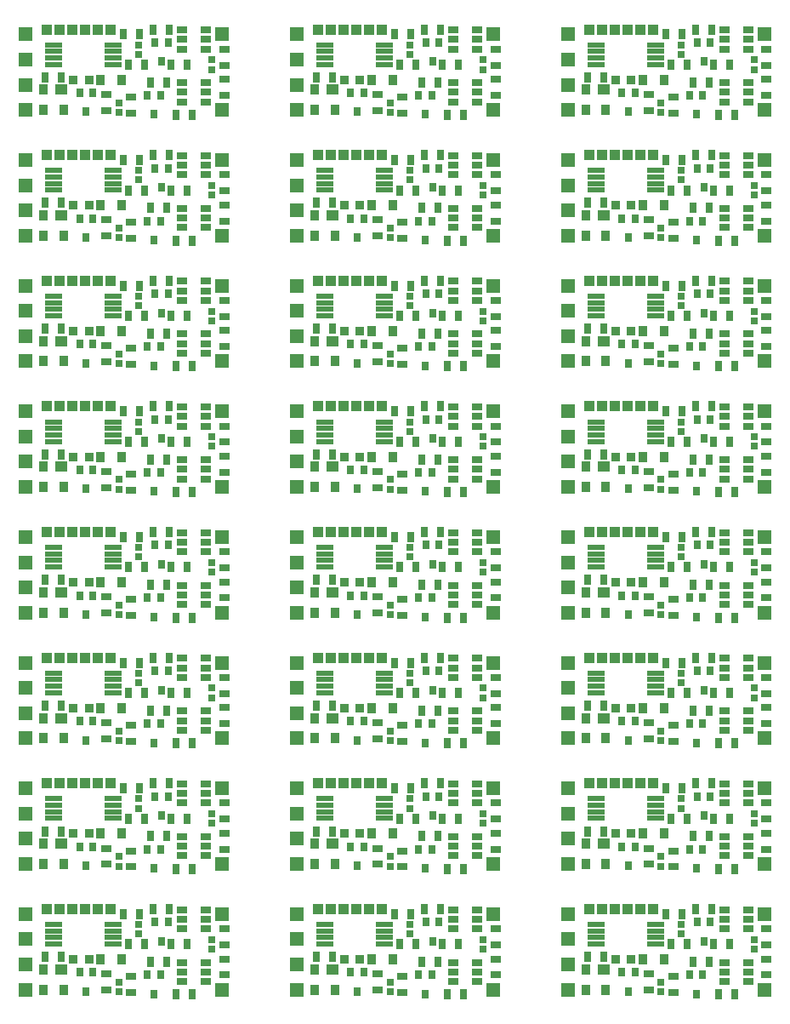
<source format=gts>
%TF.GenerationSoftware,KiCad,Pcbnew,(5.1.6)-1*%
%TF.CreationDate,2020-09-22T23:51:07+09:00*%
%TF.ProjectId,motordecoder_simple2_rev2_panelize,6d6f746f-7264-4656-936f-6465725f7369,rev?*%
%TF.SameCoordinates,PX459e440PY38444c0*%
%TF.FileFunction,Soldermask,Top*%
%TF.FilePolarity,Negative*%
%FSLAX46Y46*%
G04 Gerber Fmt 4.6, Leading zero omitted, Abs format (unit mm)*
G04 Created by KiCad (PCBNEW (5.1.6)-1) date 2020-09-22 23:51:07*
%MOMM*%
%LPD*%
G01*
G04 APERTURE LIST*
%ADD10R,0.800000X1.000000*%
%ADD11R,0.700000X0.900000*%
%ADD12R,0.900000X1.000000*%
%ADD13R,1.000000X0.800000*%
%ADD14R,0.700000X0.750000*%
%ADD15R,1.100000X0.800000*%
%ADD16R,1.400000X1.400000*%
%ADD17R,0.900000X0.900000*%
%ADD18R,1.300000X1.000000*%
%ADD19R,1.050000X1.050000*%
%ADD20R,1.800000X0.500000*%
G04 APERTURE END LIST*
D10*
%TO.C,R6*%
X71450000Y-91750000D03*
X73050000Y-91750000D03*
%TD*%
%TO.C,R6*%
X44450000Y-91750000D03*
X46050000Y-91750000D03*
%TD*%
%TO.C,R6*%
X17450000Y-91750000D03*
X19050000Y-91750000D03*
%TD*%
%TO.C,R6*%
X71450000Y-79250000D03*
X73050000Y-79250000D03*
%TD*%
%TO.C,R6*%
X44450000Y-79250000D03*
X46050000Y-79250000D03*
%TD*%
%TO.C,R6*%
X17450000Y-79250000D03*
X19050000Y-79250000D03*
%TD*%
%TO.C,R6*%
X71450000Y-66750000D03*
X73050000Y-66750000D03*
%TD*%
%TO.C,R6*%
X44450000Y-66750000D03*
X46050000Y-66750000D03*
%TD*%
%TO.C,R6*%
X17450000Y-66750000D03*
X19050000Y-66750000D03*
%TD*%
%TO.C,R6*%
X71450000Y-54250000D03*
X73050000Y-54250000D03*
%TD*%
%TO.C,R6*%
X44450000Y-54250000D03*
X46050000Y-54250000D03*
%TD*%
%TO.C,R6*%
X17450000Y-54250000D03*
X19050000Y-54250000D03*
%TD*%
%TO.C,R6*%
X71450000Y-41750000D03*
X73050000Y-41750000D03*
%TD*%
%TO.C,R6*%
X44450000Y-41750000D03*
X46050000Y-41750000D03*
%TD*%
%TO.C,R6*%
X17450000Y-41750000D03*
X19050000Y-41750000D03*
%TD*%
%TO.C,R6*%
X71450000Y-29250000D03*
X73050000Y-29250000D03*
%TD*%
%TO.C,R6*%
X44450000Y-29250000D03*
X46050000Y-29250000D03*
%TD*%
%TO.C,R6*%
X17450000Y-29250000D03*
X19050000Y-29250000D03*
%TD*%
%TO.C,R6*%
X71450000Y-16750000D03*
X73050000Y-16750000D03*
%TD*%
%TO.C,R6*%
X44450000Y-16750000D03*
X46050000Y-16750000D03*
%TD*%
%TO.C,R6*%
X17450000Y-16750000D03*
X19050000Y-16750000D03*
%TD*%
%TO.C,R6*%
X71450000Y-4250000D03*
X73050000Y-4250000D03*
%TD*%
%TO.C,R6*%
X44450000Y-4250000D03*
X46050000Y-4250000D03*
%TD*%
%TO.C,R1*%
X64800000Y-93000000D03*
X63200000Y-93000000D03*
%TD*%
%TO.C,R1*%
X37800000Y-93000000D03*
X36200000Y-93000000D03*
%TD*%
%TO.C,R1*%
X10800000Y-93000000D03*
X9200000Y-93000000D03*
%TD*%
%TO.C,R1*%
X64800000Y-80500000D03*
X63200000Y-80500000D03*
%TD*%
%TO.C,R1*%
X37800000Y-80500000D03*
X36200000Y-80500000D03*
%TD*%
%TO.C,R1*%
X10800000Y-80500000D03*
X9200000Y-80500000D03*
%TD*%
%TO.C,R1*%
X64800000Y-68000000D03*
X63200000Y-68000000D03*
%TD*%
%TO.C,R1*%
X37800000Y-68000000D03*
X36200000Y-68000000D03*
%TD*%
%TO.C,R1*%
X10800000Y-68000000D03*
X9200000Y-68000000D03*
%TD*%
%TO.C,R1*%
X64800000Y-55500000D03*
X63200000Y-55500000D03*
%TD*%
%TO.C,R1*%
X37800000Y-55500000D03*
X36200000Y-55500000D03*
%TD*%
%TO.C,R1*%
X10800000Y-55500000D03*
X9200000Y-55500000D03*
%TD*%
%TO.C,R1*%
X64800000Y-43000000D03*
X63200000Y-43000000D03*
%TD*%
%TO.C,R1*%
X37800000Y-43000000D03*
X36200000Y-43000000D03*
%TD*%
%TO.C,R1*%
X10800000Y-43000000D03*
X9200000Y-43000000D03*
%TD*%
%TO.C,R1*%
X64800000Y-30500000D03*
X63200000Y-30500000D03*
%TD*%
%TO.C,R1*%
X37800000Y-30500000D03*
X36200000Y-30500000D03*
%TD*%
%TO.C,R1*%
X10800000Y-30500000D03*
X9200000Y-30500000D03*
%TD*%
%TO.C,R1*%
X64800000Y-18000000D03*
X63200000Y-18000000D03*
%TD*%
%TO.C,R1*%
X37800000Y-18000000D03*
X36200000Y-18000000D03*
%TD*%
%TO.C,R1*%
X10800000Y-18000000D03*
X9200000Y-18000000D03*
%TD*%
%TO.C,R1*%
X64800000Y-5500000D03*
X63200000Y-5500000D03*
%TD*%
%TO.C,R1*%
X37800000Y-5500000D03*
X36200000Y-5500000D03*
%TD*%
D11*
%TO.C,Q5*%
X67250000Y-96450000D03*
X66600000Y-94550000D03*
X67900000Y-94550000D03*
%TD*%
%TO.C,Q5*%
X40250000Y-96450000D03*
X39600000Y-94550000D03*
X40900000Y-94550000D03*
%TD*%
%TO.C,Q5*%
X13250000Y-96450000D03*
X12600000Y-94550000D03*
X13900000Y-94550000D03*
%TD*%
%TO.C,Q5*%
X67250000Y-83950000D03*
X66600000Y-82050000D03*
X67900000Y-82050000D03*
%TD*%
%TO.C,Q5*%
X40250000Y-83950000D03*
X39600000Y-82050000D03*
X40900000Y-82050000D03*
%TD*%
%TO.C,Q5*%
X13250000Y-83950000D03*
X12600000Y-82050000D03*
X13900000Y-82050000D03*
%TD*%
%TO.C,Q5*%
X67250000Y-71450000D03*
X66600000Y-69550000D03*
X67900000Y-69550000D03*
%TD*%
%TO.C,Q5*%
X40250000Y-71450000D03*
X39600000Y-69550000D03*
X40900000Y-69550000D03*
%TD*%
%TO.C,Q5*%
X13250000Y-71450000D03*
X12600000Y-69550000D03*
X13900000Y-69550000D03*
%TD*%
%TO.C,Q5*%
X67250000Y-58950000D03*
X66600000Y-57050000D03*
X67900000Y-57050000D03*
%TD*%
%TO.C,Q5*%
X40250000Y-58950000D03*
X39600000Y-57050000D03*
X40900000Y-57050000D03*
%TD*%
%TO.C,Q5*%
X13250000Y-58950000D03*
X12600000Y-57050000D03*
X13900000Y-57050000D03*
%TD*%
%TO.C,Q5*%
X67250000Y-46450000D03*
X66600000Y-44550000D03*
X67900000Y-44550000D03*
%TD*%
%TO.C,Q5*%
X40250000Y-46450000D03*
X39600000Y-44550000D03*
X40900000Y-44550000D03*
%TD*%
%TO.C,Q5*%
X13250000Y-46450000D03*
X12600000Y-44550000D03*
X13900000Y-44550000D03*
%TD*%
%TO.C,Q5*%
X67250000Y-33950000D03*
X66600000Y-32050000D03*
X67900000Y-32050000D03*
%TD*%
%TO.C,Q5*%
X40250000Y-33950000D03*
X39600000Y-32050000D03*
X40900000Y-32050000D03*
%TD*%
%TO.C,Q5*%
X13250000Y-33950000D03*
X12600000Y-32050000D03*
X13900000Y-32050000D03*
%TD*%
%TO.C,Q5*%
X67250000Y-21450000D03*
X66600000Y-19550000D03*
X67900000Y-19550000D03*
%TD*%
%TO.C,Q5*%
X40250000Y-21450000D03*
X39600000Y-19550000D03*
X40900000Y-19550000D03*
%TD*%
%TO.C,Q5*%
X13250000Y-21450000D03*
X12600000Y-19550000D03*
X13900000Y-19550000D03*
%TD*%
%TO.C,Q5*%
X67250000Y-8950000D03*
X66600000Y-7050000D03*
X67900000Y-7050000D03*
%TD*%
%TO.C,Q5*%
X40250000Y-8950000D03*
X39600000Y-7050000D03*
X40900000Y-7050000D03*
%TD*%
D12*
%TO.C,D3*%
X68700000Y-93250000D03*
X70800000Y-93250000D03*
%TD*%
%TO.C,D3*%
X41700000Y-93250000D03*
X43800000Y-93250000D03*
%TD*%
%TO.C,D3*%
X14700000Y-93250000D03*
X16800000Y-93250000D03*
%TD*%
%TO.C,D3*%
X68700000Y-80750000D03*
X70800000Y-80750000D03*
%TD*%
%TO.C,D3*%
X41700000Y-80750000D03*
X43800000Y-80750000D03*
%TD*%
%TO.C,D3*%
X14700000Y-80750000D03*
X16800000Y-80750000D03*
%TD*%
%TO.C,D3*%
X68700000Y-68250000D03*
X70800000Y-68250000D03*
%TD*%
%TO.C,D3*%
X41700000Y-68250000D03*
X43800000Y-68250000D03*
%TD*%
%TO.C,D3*%
X14700000Y-68250000D03*
X16800000Y-68250000D03*
%TD*%
%TO.C,D3*%
X68700000Y-55750000D03*
X70800000Y-55750000D03*
%TD*%
%TO.C,D3*%
X41700000Y-55750000D03*
X43800000Y-55750000D03*
%TD*%
%TO.C,D3*%
X14700000Y-55750000D03*
X16800000Y-55750000D03*
%TD*%
%TO.C,D3*%
X68700000Y-43250000D03*
X70800000Y-43250000D03*
%TD*%
%TO.C,D3*%
X41700000Y-43250000D03*
X43800000Y-43250000D03*
%TD*%
%TO.C,D3*%
X14700000Y-43250000D03*
X16800000Y-43250000D03*
%TD*%
%TO.C,D3*%
X68700000Y-30750000D03*
X70800000Y-30750000D03*
%TD*%
%TO.C,D3*%
X41700000Y-30750000D03*
X43800000Y-30750000D03*
%TD*%
%TO.C,D3*%
X14700000Y-30750000D03*
X16800000Y-30750000D03*
%TD*%
%TO.C,D3*%
X68700000Y-18250000D03*
X70800000Y-18250000D03*
%TD*%
%TO.C,D3*%
X41700000Y-18250000D03*
X43800000Y-18250000D03*
%TD*%
%TO.C,D3*%
X14700000Y-18250000D03*
X16800000Y-18250000D03*
%TD*%
%TO.C,D3*%
X68700000Y-5750000D03*
X70800000Y-5750000D03*
%TD*%
%TO.C,D3*%
X41700000Y-5750000D03*
X43800000Y-5750000D03*
%TD*%
D13*
%TO.C,R8*%
X81000000Y-90200000D03*
X81000000Y-91800000D03*
%TD*%
%TO.C,R8*%
X54000000Y-90200000D03*
X54000000Y-91800000D03*
%TD*%
%TO.C,R8*%
X27000000Y-90200000D03*
X27000000Y-91800000D03*
%TD*%
%TO.C,R8*%
X81000000Y-77700000D03*
X81000000Y-79300000D03*
%TD*%
%TO.C,R8*%
X54000000Y-77700000D03*
X54000000Y-79300000D03*
%TD*%
%TO.C,R8*%
X27000000Y-77700000D03*
X27000000Y-79300000D03*
%TD*%
%TO.C,R8*%
X81000000Y-65200000D03*
X81000000Y-66800000D03*
%TD*%
%TO.C,R8*%
X54000000Y-65200000D03*
X54000000Y-66800000D03*
%TD*%
%TO.C,R8*%
X27000000Y-65200000D03*
X27000000Y-66800000D03*
%TD*%
%TO.C,R8*%
X81000000Y-52700000D03*
X81000000Y-54300000D03*
%TD*%
%TO.C,R8*%
X54000000Y-52700000D03*
X54000000Y-54300000D03*
%TD*%
%TO.C,R8*%
X27000000Y-52700000D03*
X27000000Y-54300000D03*
%TD*%
%TO.C,R8*%
X81000000Y-40200000D03*
X81000000Y-41800000D03*
%TD*%
%TO.C,R8*%
X54000000Y-40200000D03*
X54000000Y-41800000D03*
%TD*%
%TO.C,R8*%
X27000000Y-40200000D03*
X27000000Y-41800000D03*
%TD*%
%TO.C,R8*%
X81000000Y-27700000D03*
X81000000Y-29300000D03*
%TD*%
%TO.C,R8*%
X54000000Y-27700000D03*
X54000000Y-29300000D03*
%TD*%
%TO.C,R8*%
X27000000Y-27700000D03*
X27000000Y-29300000D03*
%TD*%
%TO.C,R8*%
X81000000Y-15200000D03*
X81000000Y-16800000D03*
%TD*%
%TO.C,R8*%
X54000000Y-15200000D03*
X54000000Y-16800000D03*
%TD*%
%TO.C,R8*%
X27000000Y-15200000D03*
X27000000Y-16800000D03*
%TD*%
%TO.C,R8*%
X81000000Y-2700000D03*
X81000000Y-4300000D03*
%TD*%
%TO.C,R8*%
X54000000Y-2700000D03*
X54000000Y-4300000D03*
%TD*%
D11*
%TO.C,Q4*%
X74000000Y-96700000D03*
X73350000Y-94800000D03*
X74650000Y-94800000D03*
%TD*%
%TO.C,Q4*%
X47000000Y-96700000D03*
X46350000Y-94800000D03*
X47650000Y-94800000D03*
%TD*%
%TO.C,Q4*%
X20000000Y-96700000D03*
X19350000Y-94800000D03*
X20650000Y-94800000D03*
%TD*%
%TO.C,Q4*%
X74000000Y-84200000D03*
X73350000Y-82300000D03*
X74650000Y-82300000D03*
%TD*%
%TO.C,Q4*%
X47000000Y-84200000D03*
X46350000Y-82300000D03*
X47650000Y-82300000D03*
%TD*%
%TO.C,Q4*%
X20000000Y-84200000D03*
X19350000Y-82300000D03*
X20650000Y-82300000D03*
%TD*%
%TO.C,Q4*%
X74000000Y-71700000D03*
X73350000Y-69800000D03*
X74650000Y-69800000D03*
%TD*%
%TO.C,Q4*%
X47000000Y-71700000D03*
X46350000Y-69800000D03*
X47650000Y-69800000D03*
%TD*%
%TO.C,Q4*%
X20000000Y-71700000D03*
X19350000Y-69800000D03*
X20650000Y-69800000D03*
%TD*%
%TO.C,Q4*%
X74000000Y-59200000D03*
X73350000Y-57300000D03*
X74650000Y-57300000D03*
%TD*%
%TO.C,Q4*%
X47000000Y-59200000D03*
X46350000Y-57300000D03*
X47650000Y-57300000D03*
%TD*%
%TO.C,Q4*%
X20000000Y-59200000D03*
X19350000Y-57300000D03*
X20650000Y-57300000D03*
%TD*%
%TO.C,Q4*%
X74000000Y-46700000D03*
X73350000Y-44800000D03*
X74650000Y-44800000D03*
%TD*%
%TO.C,Q4*%
X47000000Y-46700000D03*
X46350000Y-44800000D03*
X47650000Y-44800000D03*
%TD*%
%TO.C,Q4*%
X20000000Y-46700000D03*
X19350000Y-44800000D03*
X20650000Y-44800000D03*
%TD*%
%TO.C,Q4*%
X74000000Y-34200000D03*
X73350000Y-32300000D03*
X74650000Y-32300000D03*
%TD*%
%TO.C,Q4*%
X47000000Y-34200000D03*
X46350000Y-32300000D03*
X47650000Y-32300000D03*
%TD*%
%TO.C,Q4*%
X20000000Y-34200000D03*
X19350000Y-32300000D03*
X20650000Y-32300000D03*
%TD*%
%TO.C,Q4*%
X74000000Y-21700000D03*
X73350000Y-19800000D03*
X74650000Y-19800000D03*
%TD*%
%TO.C,Q4*%
X47000000Y-21700000D03*
X46350000Y-19800000D03*
X47650000Y-19800000D03*
%TD*%
%TO.C,Q4*%
X20000000Y-21700000D03*
X19350000Y-19800000D03*
X20650000Y-19800000D03*
%TD*%
%TO.C,Q4*%
X74000000Y-9200000D03*
X73350000Y-7300000D03*
X74650000Y-7300000D03*
%TD*%
%TO.C,Q4*%
X47000000Y-9200000D03*
X46350000Y-7300000D03*
X47650000Y-7300000D03*
%TD*%
D10*
%TO.C,R2*%
X75700000Y-91750000D03*
X77300000Y-91750000D03*
%TD*%
%TO.C,R2*%
X48700000Y-91750000D03*
X50300000Y-91750000D03*
%TD*%
%TO.C,R2*%
X21700000Y-91750000D03*
X23300000Y-91750000D03*
%TD*%
%TO.C,R2*%
X75700000Y-79250000D03*
X77300000Y-79250000D03*
%TD*%
%TO.C,R2*%
X48700000Y-79250000D03*
X50300000Y-79250000D03*
%TD*%
%TO.C,R2*%
X21700000Y-79250000D03*
X23300000Y-79250000D03*
%TD*%
%TO.C,R2*%
X75700000Y-66750000D03*
X77300000Y-66750000D03*
%TD*%
%TO.C,R2*%
X48700000Y-66750000D03*
X50300000Y-66750000D03*
%TD*%
%TO.C,R2*%
X21700000Y-66750000D03*
X23300000Y-66750000D03*
%TD*%
%TO.C,R2*%
X75700000Y-54250000D03*
X77300000Y-54250000D03*
%TD*%
%TO.C,R2*%
X48700000Y-54250000D03*
X50300000Y-54250000D03*
%TD*%
%TO.C,R2*%
X21700000Y-54250000D03*
X23300000Y-54250000D03*
%TD*%
%TO.C,R2*%
X75700000Y-41750000D03*
X77300000Y-41750000D03*
%TD*%
%TO.C,R2*%
X48700000Y-41750000D03*
X50300000Y-41750000D03*
%TD*%
%TO.C,R2*%
X21700000Y-41750000D03*
X23300000Y-41750000D03*
%TD*%
%TO.C,R2*%
X75700000Y-29250000D03*
X77300000Y-29250000D03*
%TD*%
%TO.C,R2*%
X48700000Y-29250000D03*
X50300000Y-29250000D03*
%TD*%
%TO.C,R2*%
X21700000Y-29250000D03*
X23300000Y-29250000D03*
%TD*%
%TO.C,R2*%
X75700000Y-16750000D03*
X77300000Y-16750000D03*
%TD*%
%TO.C,R2*%
X48700000Y-16750000D03*
X50300000Y-16750000D03*
%TD*%
%TO.C,R2*%
X21700000Y-16750000D03*
X23300000Y-16750000D03*
%TD*%
%TO.C,R2*%
X75700000Y-4250000D03*
X77300000Y-4250000D03*
%TD*%
%TO.C,R2*%
X48700000Y-4250000D03*
X50300000Y-4250000D03*
%TD*%
D11*
%TO.C,Q3*%
X75400000Y-89550000D03*
X74100000Y-89550000D03*
X74750000Y-91450000D03*
%TD*%
%TO.C,Q3*%
X48400000Y-89550000D03*
X47100000Y-89550000D03*
X47750000Y-91450000D03*
%TD*%
%TO.C,Q3*%
X21400000Y-89550000D03*
X20100000Y-89550000D03*
X20750000Y-91450000D03*
%TD*%
%TO.C,Q3*%
X75400000Y-77050000D03*
X74100000Y-77050000D03*
X74750000Y-78950000D03*
%TD*%
%TO.C,Q3*%
X48400000Y-77050000D03*
X47100000Y-77050000D03*
X47750000Y-78950000D03*
%TD*%
%TO.C,Q3*%
X21400000Y-77050000D03*
X20100000Y-77050000D03*
X20750000Y-78950000D03*
%TD*%
%TO.C,Q3*%
X75400000Y-64550000D03*
X74100000Y-64550000D03*
X74750000Y-66450000D03*
%TD*%
%TO.C,Q3*%
X48400000Y-64550000D03*
X47100000Y-64550000D03*
X47750000Y-66450000D03*
%TD*%
%TO.C,Q3*%
X21400000Y-64550000D03*
X20100000Y-64550000D03*
X20750000Y-66450000D03*
%TD*%
%TO.C,Q3*%
X75400000Y-52050000D03*
X74100000Y-52050000D03*
X74750000Y-53950000D03*
%TD*%
%TO.C,Q3*%
X48400000Y-52050000D03*
X47100000Y-52050000D03*
X47750000Y-53950000D03*
%TD*%
%TO.C,Q3*%
X21400000Y-52050000D03*
X20100000Y-52050000D03*
X20750000Y-53950000D03*
%TD*%
%TO.C,Q3*%
X75400000Y-39550000D03*
X74100000Y-39550000D03*
X74750000Y-41450000D03*
%TD*%
%TO.C,Q3*%
X48400000Y-39550000D03*
X47100000Y-39550000D03*
X47750000Y-41450000D03*
%TD*%
%TO.C,Q3*%
X21400000Y-39550000D03*
X20100000Y-39550000D03*
X20750000Y-41450000D03*
%TD*%
%TO.C,Q3*%
X75400000Y-27050000D03*
X74100000Y-27050000D03*
X74750000Y-28950000D03*
%TD*%
%TO.C,Q3*%
X48400000Y-27050000D03*
X47100000Y-27050000D03*
X47750000Y-28950000D03*
%TD*%
%TO.C,Q3*%
X21400000Y-27050000D03*
X20100000Y-27050000D03*
X20750000Y-28950000D03*
%TD*%
%TO.C,Q3*%
X75400000Y-14550000D03*
X74100000Y-14550000D03*
X74750000Y-16450000D03*
%TD*%
%TO.C,Q3*%
X48400000Y-14550000D03*
X47100000Y-14550000D03*
X47750000Y-16450000D03*
%TD*%
%TO.C,Q3*%
X21400000Y-14550000D03*
X20100000Y-14550000D03*
X20750000Y-16450000D03*
%TD*%
%TO.C,Q3*%
X75400000Y-2050000D03*
X74100000Y-2050000D03*
X74750000Y-3950000D03*
%TD*%
%TO.C,Q3*%
X48400000Y-2050000D03*
X47100000Y-2050000D03*
X47750000Y-3950000D03*
%TD*%
D10*
%TO.C,R10*%
X72550000Y-88750000D03*
X70950000Y-88750000D03*
%TD*%
%TO.C,R10*%
X45550000Y-88750000D03*
X43950000Y-88750000D03*
%TD*%
%TO.C,R10*%
X18550000Y-88750000D03*
X16950000Y-88750000D03*
%TD*%
%TO.C,R10*%
X72550000Y-76250000D03*
X70950000Y-76250000D03*
%TD*%
%TO.C,R10*%
X45550000Y-76250000D03*
X43950000Y-76250000D03*
%TD*%
%TO.C,R10*%
X18550000Y-76250000D03*
X16950000Y-76250000D03*
%TD*%
%TO.C,R10*%
X72550000Y-63750000D03*
X70950000Y-63750000D03*
%TD*%
%TO.C,R10*%
X45550000Y-63750000D03*
X43950000Y-63750000D03*
%TD*%
%TO.C,R10*%
X18550000Y-63750000D03*
X16950000Y-63750000D03*
%TD*%
%TO.C,R10*%
X72550000Y-51250000D03*
X70950000Y-51250000D03*
%TD*%
%TO.C,R10*%
X45550000Y-51250000D03*
X43950000Y-51250000D03*
%TD*%
%TO.C,R10*%
X18550000Y-51250000D03*
X16950000Y-51250000D03*
%TD*%
%TO.C,R10*%
X72550000Y-38750000D03*
X70950000Y-38750000D03*
%TD*%
%TO.C,R10*%
X45550000Y-38750000D03*
X43950000Y-38750000D03*
%TD*%
%TO.C,R10*%
X18550000Y-38750000D03*
X16950000Y-38750000D03*
%TD*%
%TO.C,R10*%
X72550000Y-26250000D03*
X70950000Y-26250000D03*
%TD*%
%TO.C,R10*%
X45550000Y-26250000D03*
X43950000Y-26250000D03*
%TD*%
%TO.C,R10*%
X18550000Y-26250000D03*
X16950000Y-26250000D03*
%TD*%
%TO.C,R10*%
X72550000Y-13750000D03*
X70950000Y-13750000D03*
%TD*%
%TO.C,R10*%
X45550000Y-13750000D03*
X43950000Y-13750000D03*
%TD*%
%TO.C,R10*%
X18550000Y-13750000D03*
X16950000Y-13750000D03*
%TD*%
%TO.C,R10*%
X72550000Y-1250000D03*
X70950000Y-1250000D03*
%TD*%
%TO.C,R10*%
X45550000Y-1250000D03*
X43950000Y-1250000D03*
%TD*%
D13*
%TO.C,R9*%
X81000000Y-93200000D03*
X81000000Y-94800000D03*
%TD*%
%TO.C,R9*%
X54000000Y-93200000D03*
X54000000Y-94800000D03*
%TD*%
%TO.C,R9*%
X27000000Y-93200000D03*
X27000000Y-94800000D03*
%TD*%
%TO.C,R9*%
X81000000Y-80700000D03*
X81000000Y-82300000D03*
%TD*%
%TO.C,R9*%
X54000000Y-80700000D03*
X54000000Y-82300000D03*
%TD*%
%TO.C,R9*%
X27000000Y-80700000D03*
X27000000Y-82300000D03*
%TD*%
%TO.C,R9*%
X81000000Y-68200000D03*
X81000000Y-69800000D03*
%TD*%
%TO.C,R9*%
X54000000Y-68200000D03*
X54000000Y-69800000D03*
%TD*%
%TO.C,R9*%
X27000000Y-68200000D03*
X27000000Y-69800000D03*
%TD*%
%TO.C,R9*%
X81000000Y-55700000D03*
X81000000Y-57300000D03*
%TD*%
%TO.C,R9*%
X54000000Y-55700000D03*
X54000000Y-57300000D03*
%TD*%
%TO.C,R9*%
X27000000Y-55700000D03*
X27000000Y-57300000D03*
%TD*%
%TO.C,R9*%
X81000000Y-43200000D03*
X81000000Y-44800000D03*
%TD*%
%TO.C,R9*%
X54000000Y-43200000D03*
X54000000Y-44800000D03*
%TD*%
%TO.C,R9*%
X27000000Y-43200000D03*
X27000000Y-44800000D03*
%TD*%
%TO.C,R9*%
X81000000Y-30700000D03*
X81000000Y-32300000D03*
%TD*%
%TO.C,R9*%
X54000000Y-30700000D03*
X54000000Y-32300000D03*
%TD*%
%TO.C,R9*%
X27000000Y-30700000D03*
X27000000Y-32300000D03*
%TD*%
%TO.C,R9*%
X81000000Y-18200000D03*
X81000000Y-19800000D03*
%TD*%
%TO.C,R9*%
X54000000Y-18200000D03*
X54000000Y-19800000D03*
%TD*%
%TO.C,R9*%
X27000000Y-18200000D03*
X27000000Y-19800000D03*
%TD*%
%TO.C,R9*%
X81000000Y-5700000D03*
X81000000Y-7300000D03*
%TD*%
%TO.C,R9*%
X54000000Y-5700000D03*
X54000000Y-7300000D03*
%TD*%
D10*
%TO.C,R4*%
X73950000Y-88250000D03*
X75550000Y-88250000D03*
%TD*%
%TO.C,R4*%
X46950000Y-88250000D03*
X48550000Y-88250000D03*
%TD*%
%TO.C,R4*%
X19950000Y-88250000D03*
X21550000Y-88250000D03*
%TD*%
%TO.C,R4*%
X73950000Y-75750000D03*
X75550000Y-75750000D03*
%TD*%
%TO.C,R4*%
X46950000Y-75750000D03*
X48550000Y-75750000D03*
%TD*%
%TO.C,R4*%
X19950000Y-75750000D03*
X21550000Y-75750000D03*
%TD*%
%TO.C,R4*%
X73950000Y-63250000D03*
X75550000Y-63250000D03*
%TD*%
%TO.C,R4*%
X46950000Y-63250000D03*
X48550000Y-63250000D03*
%TD*%
%TO.C,R4*%
X19950000Y-63250000D03*
X21550000Y-63250000D03*
%TD*%
%TO.C,R4*%
X73950000Y-50750000D03*
X75550000Y-50750000D03*
%TD*%
%TO.C,R4*%
X46950000Y-50750000D03*
X48550000Y-50750000D03*
%TD*%
%TO.C,R4*%
X19950000Y-50750000D03*
X21550000Y-50750000D03*
%TD*%
%TO.C,R4*%
X73950000Y-38250000D03*
X75550000Y-38250000D03*
%TD*%
%TO.C,R4*%
X46950000Y-38250000D03*
X48550000Y-38250000D03*
%TD*%
%TO.C,R4*%
X19950000Y-38250000D03*
X21550000Y-38250000D03*
%TD*%
%TO.C,R4*%
X73950000Y-25750000D03*
X75550000Y-25750000D03*
%TD*%
%TO.C,R4*%
X46950000Y-25750000D03*
X48550000Y-25750000D03*
%TD*%
%TO.C,R4*%
X19950000Y-25750000D03*
X21550000Y-25750000D03*
%TD*%
%TO.C,R4*%
X73950000Y-13250000D03*
X75550000Y-13250000D03*
%TD*%
%TO.C,R4*%
X46950000Y-13250000D03*
X48550000Y-13250000D03*
%TD*%
%TO.C,R4*%
X19950000Y-13250000D03*
X21550000Y-13250000D03*
%TD*%
%TO.C,R4*%
X73950000Y-750000D03*
X75550000Y-750000D03*
%TD*%
%TO.C,R4*%
X46950000Y-750000D03*
X48550000Y-750000D03*
%TD*%
%TO.C,R3*%
X77800000Y-96750000D03*
X76200000Y-96750000D03*
%TD*%
%TO.C,R3*%
X50800000Y-96750000D03*
X49200000Y-96750000D03*
%TD*%
%TO.C,R3*%
X23800000Y-96750000D03*
X22200000Y-96750000D03*
%TD*%
%TO.C,R3*%
X77800000Y-84250000D03*
X76200000Y-84250000D03*
%TD*%
%TO.C,R3*%
X50800000Y-84250000D03*
X49200000Y-84250000D03*
%TD*%
%TO.C,R3*%
X23800000Y-84250000D03*
X22200000Y-84250000D03*
%TD*%
%TO.C,R3*%
X77800000Y-71750000D03*
X76200000Y-71750000D03*
%TD*%
%TO.C,R3*%
X50800000Y-71750000D03*
X49200000Y-71750000D03*
%TD*%
%TO.C,R3*%
X23800000Y-71750000D03*
X22200000Y-71750000D03*
%TD*%
%TO.C,R3*%
X77800000Y-59250000D03*
X76200000Y-59250000D03*
%TD*%
%TO.C,R3*%
X50800000Y-59250000D03*
X49200000Y-59250000D03*
%TD*%
%TO.C,R3*%
X23800000Y-59250000D03*
X22200000Y-59250000D03*
%TD*%
%TO.C,R3*%
X77800000Y-46750000D03*
X76200000Y-46750000D03*
%TD*%
%TO.C,R3*%
X50800000Y-46750000D03*
X49200000Y-46750000D03*
%TD*%
%TO.C,R3*%
X23800000Y-46750000D03*
X22200000Y-46750000D03*
%TD*%
%TO.C,R3*%
X77800000Y-34250000D03*
X76200000Y-34250000D03*
%TD*%
%TO.C,R3*%
X50800000Y-34250000D03*
X49200000Y-34250000D03*
%TD*%
%TO.C,R3*%
X23800000Y-34250000D03*
X22200000Y-34250000D03*
%TD*%
%TO.C,R3*%
X77800000Y-21750000D03*
X76200000Y-21750000D03*
%TD*%
%TO.C,R3*%
X50800000Y-21750000D03*
X49200000Y-21750000D03*
%TD*%
%TO.C,R3*%
X23800000Y-21750000D03*
X22200000Y-21750000D03*
%TD*%
%TO.C,R3*%
X77800000Y-9250000D03*
X76200000Y-9250000D03*
%TD*%
%TO.C,R3*%
X50800000Y-9250000D03*
X49200000Y-9250000D03*
%TD*%
%TO.C,R5*%
X75300000Y-93500000D03*
X73700000Y-93500000D03*
%TD*%
%TO.C,R5*%
X48300000Y-93500000D03*
X46700000Y-93500000D03*
%TD*%
%TO.C,R5*%
X21300000Y-93500000D03*
X19700000Y-93500000D03*
%TD*%
%TO.C,R5*%
X75300000Y-81000000D03*
X73700000Y-81000000D03*
%TD*%
%TO.C,R5*%
X48300000Y-81000000D03*
X46700000Y-81000000D03*
%TD*%
%TO.C,R5*%
X21300000Y-81000000D03*
X19700000Y-81000000D03*
%TD*%
%TO.C,R5*%
X75300000Y-68500000D03*
X73700000Y-68500000D03*
%TD*%
%TO.C,R5*%
X48300000Y-68500000D03*
X46700000Y-68500000D03*
%TD*%
%TO.C,R5*%
X21300000Y-68500000D03*
X19700000Y-68500000D03*
%TD*%
%TO.C,R5*%
X75300000Y-56000000D03*
X73700000Y-56000000D03*
%TD*%
%TO.C,R5*%
X48300000Y-56000000D03*
X46700000Y-56000000D03*
%TD*%
%TO.C,R5*%
X21300000Y-56000000D03*
X19700000Y-56000000D03*
%TD*%
%TO.C,R5*%
X75300000Y-43500000D03*
X73700000Y-43500000D03*
%TD*%
%TO.C,R5*%
X48300000Y-43500000D03*
X46700000Y-43500000D03*
%TD*%
%TO.C,R5*%
X21300000Y-43500000D03*
X19700000Y-43500000D03*
%TD*%
%TO.C,R5*%
X75300000Y-31000000D03*
X73700000Y-31000000D03*
%TD*%
%TO.C,R5*%
X48300000Y-31000000D03*
X46700000Y-31000000D03*
%TD*%
%TO.C,R5*%
X21300000Y-31000000D03*
X19700000Y-31000000D03*
%TD*%
%TO.C,R5*%
X75300000Y-18500000D03*
X73700000Y-18500000D03*
%TD*%
%TO.C,R5*%
X48300000Y-18500000D03*
X46700000Y-18500000D03*
%TD*%
%TO.C,R5*%
X21300000Y-18500000D03*
X19700000Y-18500000D03*
%TD*%
%TO.C,R5*%
X75300000Y-6000000D03*
X73700000Y-6000000D03*
%TD*%
%TO.C,R5*%
X48300000Y-6000000D03*
X46700000Y-6000000D03*
%TD*%
D14*
%TO.C,C7*%
X79750000Y-92225000D03*
X79750000Y-91275000D03*
%TD*%
%TO.C,C7*%
X52750000Y-92225000D03*
X52750000Y-91275000D03*
%TD*%
%TO.C,C7*%
X25750000Y-92225000D03*
X25750000Y-91275000D03*
%TD*%
%TO.C,C7*%
X79750000Y-79725000D03*
X79750000Y-78775000D03*
%TD*%
%TO.C,C7*%
X52750000Y-79725000D03*
X52750000Y-78775000D03*
%TD*%
%TO.C,C7*%
X25750000Y-79725000D03*
X25750000Y-78775000D03*
%TD*%
%TO.C,C7*%
X79750000Y-67225000D03*
X79750000Y-66275000D03*
%TD*%
%TO.C,C7*%
X52750000Y-67225000D03*
X52750000Y-66275000D03*
%TD*%
%TO.C,C7*%
X25750000Y-67225000D03*
X25750000Y-66275000D03*
%TD*%
%TO.C,C7*%
X79750000Y-54725000D03*
X79750000Y-53775000D03*
%TD*%
%TO.C,C7*%
X52750000Y-54725000D03*
X52750000Y-53775000D03*
%TD*%
%TO.C,C7*%
X25750000Y-54725000D03*
X25750000Y-53775000D03*
%TD*%
%TO.C,C7*%
X79750000Y-42225000D03*
X79750000Y-41275000D03*
%TD*%
%TO.C,C7*%
X52750000Y-42225000D03*
X52750000Y-41275000D03*
%TD*%
%TO.C,C7*%
X25750000Y-42225000D03*
X25750000Y-41275000D03*
%TD*%
%TO.C,C7*%
X79750000Y-29725000D03*
X79750000Y-28775000D03*
%TD*%
%TO.C,C7*%
X52750000Y-29725000D03*
X52750000Y-28775000D03*
%TD*%
%TO.C,C7*%
X25750000Y-29725000D03*
X25750000Y-28775000D03*
%TD*%
%TO.C,C7*%
X79750000Y-17225000D03*
X79750000Y-16275000D03*
%TD*%
%TO.C,C7*%
X52750000Y-17225000D03*
X52750000Y-16275000D03*
%TD*%
%TO.C,C7*%
X25750000Y-17225000D03*
X25750000Y-16275000D03*
%TD*%
%TO.C,C7*%
X79750000Y-4725000D03*
X79750000Y-3775000D03*
%TD*%
%TO.C,C7*%
X52750000Y-4725000D03*
X52750000Y-3775000D03*
%TD*%
D15*
%TO.C,Q2*%
X79200000Y-93550000D03*
X79200000Y-94500000D03*
X79200000Y-95450000D03*
X76800000Y-95450000D03*
X76800000Y-94500000D03*
X76800000Y-93550000D03*
%TD*%
%TO.C,Q2*%
X52200000Y-93550000D03*
X52200000Y-94500000D03*
X52200000Y-95450000D03*
X49800000Y-95450000D03*
X49800000Y-94500000D03*
X49800000Y-93550000D03*
%TD*%
%TO.C,Q2*%
X25200000Y-93550000D03*
X25200000Y-94500000D03*
X25200000Y-95450000D03*
X22800000Y-95450000D03*
X22800000Y-94500000D03*
X22800000Y-93550000D03*
%TD*%
%TO.C,Q2*%
X79200000Y-81050000D03*
X79200000Y-82000000D03*
X79200000Y-82950000D03*
X76800000Y-82950000D03*
X76800000Y-82000000D03*
X76800000Y-81050000D03*
%TD*%
%TO.C,Q2*%
X52200000Y-81050000D03*
X52200000Y-82000000D03*
X52200000Y-82950000D03*
X49800000Y-82950000D03*
X49800000Y-82000000D03*
X49800000Y-81050000D03*
%TD*%
%TO.C,Q2*%
X25200000Y-81050000D03*
X25200000Y-82000000D03*
X25200000Y-82950000D03*
X22800000Y-82950000D03*
X22800000Y-82000000D03*
X22800000Y-81050000D03*
%TD*%
%TO.C,Q2*%
X79200000Y-68550000D03*
X79200000Y-69500000D03*
X79200000Y-70450000D03*
X76800000Y-70450000D03*
X76800000Y-69500000D03*
X76800000Y-68550000D03*
%TD*%
%TO.C,Q2*%
X52200000Y-68550000D03*
X52200000Y-69500000D03*
X52200000Y-70450000D03*
X49800000Y-70450000D03*
X49800000Y-69500000D03*
X49800000Y-68550000D03*
%TD*%
%TO.C,Q2*%
X25200000Y-68550000D03*
X25200000Y-69500000D03*
X25200000Y-70450000D03*
X22800000Y-70450000D03*
X22800000Y-69500000D03*
X22800000Y-68550000D03*
%TD*%
%TO.C,Q2*%
X79200000Y-56050000D03*
X79200000Y-57000000D03*
X79200000Y-57950000D03*
X76800000Y-57950000D03*
X76800000Y-57000000D03*
X76800000Y-56050000D03*
%TD*%
%TO.C,Q2*%
X52200000Y-56050000D03*
X52200000Y-57000000D03*
X52200000Y-57950000D03*
X49800000Y-57950000D03*
X49800000Y-57000000D03*
X49800000Y-56050000D03*
%TD*%
%TO.C,Q2*%
X25200000Y-56050000D03*
X25200000Y-57000000D03*
X25200000Y-57950000D03*
X22800000Y-57950000D03*
X22800000Y-57000000D03*
X22800000Y-56050000D03*
%TD*%
%TO.C,Q2*%
X79200000Y-43550000D03*
X79200000Y-44500000D03*
X79200000Y-45450000D03*
X76800000Y-45450000D03*
X76800000Y-44500000D03*
X76800000Y-43550000D03*
%TD*%
%TO.C,Q2*%
X52200000Y-43550000D03*
X52200000Y-44500000D03*
X52200000Y-45450000D03*
X49800000Y-45450000D03*
X49800000Y-44500000D03*
X49800000Y-43550000D03*
%TD*%
%TO.C,Q2*%
X25200000Y-43550000D03*
X25200000Y-44500000D03*
X25200000Y-45450000D03*
X22800000Y-45450000D03*
X22800000Y-44500000D03*
X22800000Y-43550000D03*
%TD*%
%TO.C,Q2*%
X79200000Y-31050000D03*
X79200000Y-32000000D03*
X79200000Y-32950000D03*
X76800000Y-32950000D03*
X76800000Y-32000000D03*
X76800000Y-31050000D03*
%TD*%
%TO.C,Q2*%
X52200000Y-31050000D03*
X52200000Y-32000000D03*
X52200000Y-32950000D03*
X49800000Y-32950000D03*
X49800000Y-32000000D03*
X49800000Y-31050000D03*
%TD*%
%TO.C,Q2*%
X25200000Y-31050000D03*
X25200000Y-32000000D03*
X25200000Y-32950000D03*
X22800000Y-32950000D03*
X22800000Y-32000000D03*
X22800000Y-31050000D03*
%TD*%
%TO.C,Q2*%
X79200000Y-18550000D03*
X79200000Y-19500000D03*
X79200000Y-20450000D03*
X76800000Y-20450000D03*
X76800000Y-19500000D03*
X76800000Y-18550000D03*
%TD*%
%TO.C,Q2*%
X52200000Y-18550000D03*
X52200000Y-19500000D03*
X52200000Y-20450000D03*
X49800000Y-20450000D03*
X49800000Y-19500000D03*
X49800000Y-18550000D03*
%TD*%
%TO.C,Q2*%
X25200000Y-18550000D03*
X25200000Y-19500000D03*
X25200000Y-20450000D03*
X22800000Y-20450000D03*
X22800000Y-19500000D03*
X22800000Y-18550000D03*
%TD*%
%TO.C,Q2*%
X79200000Y-6050000D03*
X79200000Y-7000000D03*
X79200000Y-7950000D03*
X76800000Y-7950000D03*
X76800000Y-7000000D03*
X76800000Y-6050000D03*
%TD*%
%TO.C,Q2*%
X52200000Y-6050000D03*
X52200000Y-7000000D03*
X52200000Y-7950000D03*
X49800000Y-7950000D03*
X49800000Y-7000000D03*
X49800000Y-6050000D03*
%TD*%
D13*
%TO.C,R11*%
X69250000Y-94700000D03*
X69250000Y-96300000D03*
%TD*%
%TO.C,R11*%
X42250000Y-94700000D03*
X42250000Y-96300000D03*
%TD*%
%TO.C,R11*%
X15250000Y-94700000D03*
X15250000Y-96300000D03*
%TD*%
%TO.C,R11*%
X69250000Y-82200000D03*
X69250000Y-83800000D03*
%TD*%
%TO.C,R11*%
X42250000Y-82200000D03*
X42250000Y-83800000D03*
%TD*%
%TO.C,R11*%
X15250000Y-82200000D03*
X15250000Y-83800000D03*
%TD*%
%TO.C,R11*%
X69250000Y-69700000D03*
X69250000Y-71300000D03*
%TD*%
%TO.C,R11*%
X42250000Y-69700000D03*
X42250000Y-71300000D03*
%TD*%
%TO.C,R11*%
X15250000Y-69700000D03*
X15250000Y-71300000D03*
%TD*%
%TO.C,R11*%
X69250000Y-57200000D03*
X69250000Y-58800000D03*
%TD*%
%TO.C,R11*%
X42250000Y-57200000D03*
X42250000Y-58800000D03*
%TD*%
%TO.C,R11*%
X15250000Y-57200000D03*
X15250000Y-58800000D03*
%TD*%
%TO.C,R11*%
X69250000Y-44700000D03*
X69250000Y-46300000D03*
%TD*%
%TO.C,R11*%
X42250000Y-44700000D03*
X42250000Y-46300000D03*
%TD*%
%TO.C,R11*%
X15250000Y-44700000D03*
X15250000Y-46300000D03*
%TD*%
%TO.C,R11*%
X69250000Y-32200000D03*
X69250000Y-33800000D03*
%TD*%
%TO.C,R11*%
X42250000Y-32200000D03*
X42250000Y-33800000D03*
%TD*%
%TO.C,R11*%
X15250000Y-32200000D03*
X15250000Y-33800000D03*
%TD*%
%TO.C,R11*%
X69250000Y-19700000D03*
X69250000Y-21300000D03*
%TD*%
%TO.C,R11*%
X42250000Y-19700000D03*
X42250000Y-21300000D03*
%TD*%
%TO.C,R11*%
X15250000Y-19700000D03*
X15250000Y-21300000D03*
%TD*%
%TO.C,R11*%
X69250000Y-7200000D03*
X69250000Y-8800000D03*
%TD*%
%TO.C,R11*%
X42250000Y-7200000D03*
X42250000Y-8800000D03*
%TD*%
%TO.C,R7*%
X71750000Y-94950000D03*
X71750000Y-96550000D03*
%TD*%
%TO.C,R7*%
X44750000Y-94950000D03*
X44750000Y-96550000D03*
%TD*%
%TO.C,R7*%
X17750000Y-94950000D03*
X17750000Y-96550000D03*
%TD*%
%TO.C,R7*%
X71750000Y-82450000D03*
X71750000Y-84050000D03*
%TD*%
%TO.C,R7*%
X44750000Y-82450000D03*
X44750000Y-84050000D03*
%TD*%
%TO.C,R7*%
X17750000Y-82450000D03*
X17750000Y-84050000D03*
%TD*%
%TO.C,R7*%
X71750000Y-69950000D03*
X71750000Y-71550000D03*
%TD*%
%TO.C,R7*%
X44750000Y-69950000D03*
X44750000Y-71550000D03*
%TD*%
%TO.C,R7*%
X17750000Y-69950000D03*
X17750000Y-71550000D03*
%TD*%
%TO.C,R7*%
X71750000Y-57450000D03*
X71750000Y-59050000D03*
%TD*%
%TO.C,R7*%
X44750000Y-57450000D03*
X44750000Y-59050000D03*
%TD*%
%TO.C,R7*%
X17750000Y-57450000D03*
X17750000Y-59050000D03*
%TD*%
%TO.C,R7*%
X71750000Y-44950000D03*
X71750000Y-46550000D03*
%TD*%
%TO.C,R7*%
X44750000Y-44950000D03*
X44750000Y-46550000D03*
%TD*%
%TO.C,R7*%
X17750000Y-44950000D03*
X17750000Y-46550000D03*
%TD*%
%TO.C,R7*%
X71750000Y-32450000D03*
X71750000Y-34050000D03*
%TD*%
%TO.C,R7*%
X44750000Y-32450000D03*
X44750000Y-34050000D03*
%TD*%
%TO.C,R7*%
X17750000Y-32450000D03*
X17750000Y-34050000D03*
%TD*%
%TO.C,R7*%
X71750000Y-19950000D03*
X71750000Y-21550000D03*
%TD*%
%TO.C,R7*%
X44750000Y-19950000D03*
X44750000Y-21550000D03*
%TD*%
%TO.C,R7*%
X17750000Y-19950000D03*
X17750000Y-21550000D03*
%TD*%
%TO.C,R7*%
X71750000Y-7450000D03*
X71750000Y-9050000D03*
%TD*%
%TO.C,R7*%
X44750000Y-7450000D03*
X44750000Y-9050000D03*
%TD*%
D16*
%TO.C,P3*%
X80750000Y-88750000D03*
%TD*%
%TO.C,P3*%
X53750000Y-88750000D03*
%TD*%
%TO.C,P3*%
X26750000Y-88750000D03*
%TD*%
%TO.C,P3*%
X80750000Y-76250000D03*
%TD*%
%TO.C,P3*%
X53750000Y-76250000D03*
%TD*%
%TO.C,P3*%
X26750000Y-76250000D03*
%TD*%
%TO.C,P3*%
X80750000Y-63750000D03*
%TD*%
%TO.C,P3*%
X53750000Y-63750000D03*
%TD*%
%TO.C,P3*%
X26750000Y-63750000D03*
%TD*%
%TO.C,P3*%
X80750000Y-51250000D03*
%TD*%
%TO.C,P3*%
X53750000Y-51250000D03*
%TD*%
%TO.C,P3*%
X26750000Y-51250000D03*
%TD*%
%TO.C,P3*%
X80750000Y-38750000D03*
%TD*%
%TO.C,P3*%
X53750000Y-38750000D03*
%TD*%
%TO.C,P3*%
X26750000Y-38750000D03*
%TD*%
%TO.C,P3*%
X80750000Y-26250000D03*
%TD*%
%TO.C,P3*%
X53750000Y-26250000D03*
%TD*%
%TO.C,P3*%
X26750000Y-26250000D03*
%TD*%
%TO.C,P3*%
X80750000Y-13750000D03*
%TD*%
%TO.C,P3*%
X53750000Y-13750000D03*
%TD*%
%TO.C,P3*%
X26750000Y-13750000D03*
%TD*%
%TO.C,P3*%
X80750000Y-1250000D03*
%TD*%
%TO.C,P3*%
X53750000Y-1250000D03*
%TD*%
D17*
%TO.C,C3*%
X65975000Y-93250000D03*
X67525000Y-93250000D03*
%TD*%
%TO.C,C3*%
X38975000Y-93250000D03*
X40525000Y-93250000D03*
%TD*%
%TO.C,C3*%
X11975000Y-93250000D03*
X13525000Y-93250000D03*
%TD*%
%TO.C,C3*%
X65975000Y-80750000D03*
X67525000Y-80750000D03*
%TD*%
%TO.C,C3*%
X38975000Y-80750000D03*
X40525000Y-80750000D03*
%TD*%
%TO.C,C3*%
X11975000Y-80750000D03*
X13525000Y-80750000D03*
%TD*%
%TO.C,C3*%
X65975000Y-68250000D03*
X67525000Y-68250000D03*
%TD*%
%TO.C,C3*%
X38975000Y-68250000D03*
X40525000Y-68250000D03*
%TD*%
%TO.C,C3*%
X11975000Y-68250000D03*
X13525000Y-68250000D03*
%TD*%
%TO.C,C3*%
X65975000Y-55750000D03*
X67525000Y-55750000D03*
%TD*%
%TO.C,C3*%
X38975000Y-55750000D03*
X40525000Y-55750000D03*
%TD*%
%TO.C,C3*%
X11975000Y-55750000D03*
X13525000Y-55750000D03*
%TD*%
%TO.C,C3*%
X65975000Y-43250000D03*
X67525000Y-43250000D03*
%TD*%
%TO.C,C3*%
X38975000Y-43250000D03*
X40525000Y-43250000D03*
%TD*%
%TO.C,C3*%
X11975000Y-43250000D03*
X13525000Y-43250000D03*
%TD*%
%TO.C,C3*%
X65975000Y-30750000D03*
X67525000Y-30750000D03*
%TD*%
%TO.C,C3*%
X38975000Y-30750000D03*
X40525000Y-30750000D03*
%TD*%
%TO.C,C3*%
X11975000Y-30750000D03*
X13525000Y-30750000D03*
%TD*%
%TO.C,C3*%
X65975000Y-18250000D03*
X67525000Y-18250000D03*
%TD*%
%TO.C,C3*%
X38975000Y-18250000D03*
X40525000Y-18250000D03*
%TD*%
%TO.C,C3*%
X11975000Y-18250000D03*
X13525000Y-18250000D03*
%TD*%
%TO.C,C3*%
X65975000Y-5750000D03*
X67525000Y-5750000D03*
%TD*%
%TO.C,C3*%
X38975000Y-5750000D03*
X40525000Y-5750000D03*
%TD*%
D16*
%TO.C,P6*%
X61250000Y-88750000D03*
%TD*%
%TO.C,P6*%
X34250000Y-88750000D03*
%TD*%
%TO.C,P6*%
X7250000Y-88750000D03*
%TD*%
%TO.C,P6*%
X61250000Y-76250000D03*
%TD*%
%TO.C,P6*%
X34250000Y-76250000D03*
%TD*%
%TO.C,P6*%
X7250000Y-76250000D03*
%TD*%
%TO.C,P6*%
X61250000Y-63750000D03*
%TD*%
%TO.C,P6*%
X34250000Y-63750000D03*
%TD*%
%TO.C,P6*%
X7250000Y-63750000D03*
%TD*%
%TO.C,P6*%
X61250000Y-51250000D03*
%TD*%
%TO.C,P6*%
X34250000Y-51250000D03*
%TD*%
%TO.C,P6*%
X7250000Y-51250000D03*
%TD*%
%TO.C,P6*%
X61250000Y-38750000D03*
%TD*%
%TO.C,P6*%
X34250000Y-38750000D03*
%TD*%
%TO.C,P6*%
X7250000Y-38750000D03*
%TD*%
%TO.C,P6*%
X61250000Y-26250000D03*
%TD*%
%TO.C,P6*%
X34250000Y-26250000D03*
%TD*%
%TO.C,P6*%
X7250000Y-26250000D03*
%TD*%
%TO.C,P6*%
X61250000Y-13750000D03*
%TD*%
%TO.C,P6*%
X34250000Y-13750000D03*
%TD*%
%TO.C,P6*%
X7250000Y-13750000D03*
%TD*%
%TO.C,P6*%
X61250000Y-1250000D03*
%TD*%
%TO.C,P6*%
X34250000Y-1250000D03*
%TD*%
%TO.C,P4*%
X80750000Y-96250000D03*
%TD*%
%TO.C,P4*%
X53750000Y-96250000D03*
%TD*%
%TO.C,P4*%
X26750000Y-96250000D03*
%TD*%
%TO.C,P4*%
X80750000Y-83750000D03*
%TD*%
%TO.C,P4*%
X53750000Y-83750000D03*
%TD*%
%TO.C,P4*%
X26750000Y-83750000D03*
%TD*%
%TO.C,P4*%
X80750000Y-71250000D03*
%TD*%
%TO.C,P4*%
X53750000Y-71250000D03*
%TD*%
%TO.C,P4*%
X26750000Y-71250000D03*
%TD*%
%TO.C,P4*%
X80750000Y-58750000D03*
%TD*%
%TO.C,P4*%
X53750000Y-58750000D03*
%TD*%
%TO.C,P4*%
X26750000Y-58750000D03*
%TD*%
%TO.C,P4*%
X80750000Y-46250000D03*
%TD*%
%TO.C,P4*%
X53750000Y-46250000D03*
%TD*%
%TO.C,P4*%
X26750000Y-46250000D03*
%TD*%
%TO.C,P4*%
X80750000Y-33750000D03*
%TD*%
%TO.C,P4*%
X53750000Y-33750000D03*
%TD*%
%TO.C,P4*%
X26750000Y-33750000D03*
%TD*%
%TO.C,P4*%
X80750000Y-21250000D03*
%TD*%
%TO.C,P4*%
X53750000Y-21250000D03*
%TD*%
%TO.C,P4*%
X26750000Y-21250000D03*
%TD*%
%TO.C,P4*%
X80750000Y-8750000D03*
%TD*%
%TO.C,P4*%
X53750000Y-8750000D03*
%TD*%
D15*
%TO.C,Q1*%
X76800000Y-88300000D03*
X76800000Y-89250000D03*
X76800000Y-90200000D03*
X79200000Y-90200000D03*
X79200000Y-89250000D03*
X79200000Y-88300000D03*
%TD*%
%TO.C,Q1*%
X49800000Y-88300000D03*
X49800000Y-89250000D03*
X49800000Y-90200000D03*
X52200000Y-90200000D03*
X52200000Y-89250000D03*
X52200000Y-88300000D03*
%TD*%
%TO.C,Q1*%
X22800000Y-88300000D03*
X22800000Y-89250000D03*
X22800000Y-90200000D03*
X25200000Y-90200000D03*
X25200000Y-89250000D03*
X25200000Y-88300000D03*
%TD*%
%TO.C,Q1*%
X76800000Y-75800000D03*
X76800000Y-76750000D03*
X76800000Y-77700000D03*
X79200000Y-77700000D03*
X79200000Y-76750000D03*
X79200000Y-75800000D03*
%TD*%
%TO.C,Q1*%
X49800000Y-75800000D03*
X49800000Y-76750000D03*
X49800000Y-77700000D03*
X52200000Y-77700000D03*
X52200000Y-76750000D03*
X52200000Y-75800000D03*
%TD*%
%TO.C,Q1*%
X22800000Y-75800000D03*
X22800000Y-76750000D03*
X22800000Y-77700000D03*
X25200000Y-77700000D03*
X25200000Y-76750000D03*
X25200000Y-75800000D03*
%TD*%
%TO.C,Q1*%
X76800000Y-63300000D03*
X76800000Y-64250000D03*
X76800000Y-65200000D03*
X79200000Y-65200000D03*
X79200000Y-64250000D03*
X79200000Y-63300000D03*
%TD*%
%TO.C,Q1*%
X49800000Y-63300000D03*
X49800000Y-64250000D03*
X49800000Y-65200000D03*
X52200000Y-65200000D03*
X52200000Y-64250000D03*
X52200000Y-63300000D03*
%TD*%
%TO.C,Q1*%
X22800000Y-63300000D03*
X22800000Y-64250000D03*
X22800000Y-65200000D03*
X25200000Y-65200000D03*
X25200000Y-64250000D03*
X25200000Y-63300000D03*
%TD*%
%TO.C,Q1*%
X76800000Y-50800000D03*
X76800000Y-51750000D03*
X76800000Y-52700000D03*
X79200000Y-52700000D03*
X79200000Y-51750000D03*
X79200000Y-50800000D03*
%TD*%
%TO.C,Q1*%
X49800000Y-50800000D03*
X49800000Y-51750000D03*
X49800000Y-52700000D03*
X52200000Y-52700000D03*
X52200000Y-51750000D03*
X52200000Y-50800000D03*
%TD*%
%TO.C,Q1*%
X22800000Y-50800000D03*
X22800000Y-51750000D03*
X22800000Y-52700000D03*
X25200000Y-52700000D03*
X25200000Y-51750000D03*
X25200000Y-50800000D03*
%TD*%
%TO.C,Q1*%
X76800000Y-38300000D03*
X76800000Y-39250000D03*
X76800000Y-40200000D03*
X79200000Y-40200000D03*
X79200000Y-39250000D03*
X79200000Y-38300000D03*
%TD*%
%TO.C,Q1*%
X49800000Y-38300000D03*
X49800000Y-39250000D03*
X49800000Y-40200000D03*
X52200000Y-40200000D03*
X52200000Y-39250000D03*
X52200000Y-38300000D03*
%TD*%
%TO.C,Q1*%
X22800000Y-38300000D03*
X22800000Y-39250000D03*
X22800000Y-40200000D03*
X25200000Y-40200000D03*
X25200000Y-39250000D03*
X25200000Y-38300000D03*
%TD*%
%TO.C,Q1*%
X76800000Y-25800000D03*
X76800000Y-26750000D03*
X76800000Y-27700000D03*
X79200000Y-27700000D03*
X79200000Y-26750000D03*
X79200000Y-25800000D03*
%TD*%
%TO.C,Q1*%
X49800000Y-25800000D03*
X49800000Y-26750000D03*
X49800000Y-27700000D03*
X52200000Y-27700000D03*
X52200000Y-26750000D03*
X52200000Y-25800000D03*
%TD*%
%TO.C,Q1*%
X22800000Y-25800000D03*
X22800000Y-26750000D03*
X22800000Y-27700000D03*
X25200000Y-27700000D03*
X25200000Y-26750000D03*
X25200000Y-25800000D03*
%TD*%
%TO.C,Q1*%
X76800000Y-13300000D03*
X76800000Y-14250000D03*
X76800000Y-15200000D03*
X79200000Y-15200000D03*
X79200000Y-14250000D03*
X79200000Y-13300000D03*
%TD*%
%TO.C,Q1*%
X49800000Y-13300000D03*
X49800000Y-14250000D03*
X49800000Y-15200000D03*
X52200000Y-15200000D03*
X52200000Y-14250000D03*
X52200000Y-13300000D03*
%TD*%
%TO.C,Q1*%
X22800000Y-13300000D03*
X22800000Y-14250000D03*
X22800000Y-15200000D03*
X25200000Y-15200000D03*
X25200000Y-14250000D03*
X25200000Y-13300000D03*
%TD*%
%TO.C,Q1*%
X76800000Y-800000D03*
X76800000Y-1750000D03*
X76800000Y-2700000D03*
X79200000Y-2700000D03*
X79200000Y-1750000D03*
X79200000Y-800000D03*
%TD*%
%TO.C,Q1*%
X49800000Y-800000D03*
X49800000Y-1750000D03*
X49800000Y-2700000D03*
X52200000Y-2700000D03*
X52200000Y-1750000D03*
X52200000Y-800000D03*
%TD*%
D14*
%TO.C,C6*%
X72500000Y-90725000D03*
X72500000Y-89775000D03*
%TD*%
%TO.C,C6*%
X45500000Y-90725000D03*
X45500000Y-89775000D03*
%TD*%
%TO.C,C6*%
X18500000Y-90725000D03*
X18500000Y-89775000D03*
%TD*%
%TO.C,C6*%
X72500000Y-78225000D03*
X72500000Y-77275000D03*
%TD*%
%TO.C,C6*%
X45500000Y-78225000D03*
X45500000Y-77275000D03*
%TD*%
%TO.C,C6*%
X18500000Y-78225000D03*
X18500000Y-77275000D03*
%TD*%
%TO.C,C6*%
X72500000Y-65725000D03*
X72500000Y-64775000D03*
%TD*%
%TO.C,C6*%
X45500000Y-65725000D03*
X45500000Y-64775000D03*
%TD*%
%TO.C,C6*%
X18500000Y-65725000D03*
X18500000Y-64775000D03*
%TD*%
%TO.C,C6*%
X72500000Y-53225000D03*
X72500000Y-52275000D03*
%TD*%
%TO.C,C6*%
X45500000Y-53225000D03*
X45500000Y-52275000D03*
%TD*%
%TO.C,C6*%
X18500000Y-53225000D03*
X18500000Y-52275000D03*
%TD*%
%TO.C,C6*%
X72500000Y-40725000D03*
X72500000Y-39775000D03*
%TD*%
%TO.C,C6*%
X45500000Y-40725000D03*
X45500000Y-39775000D03*
%TD*%
%TO.C,C6*%
X18500000Y-40725000D03*
X18500000Y-39775000D03*
%TD*%
%TO.C,C6*%
X72500000Y-28225000D03*
X72500000Y-27275000D03*
%TD*%
%TO.C,C6*%
X45500000Y-28225000D03*
X45500000Y-27275000D03*
%TD*%
%TO.C,C6*%
X18500000Y-28225000D03*
X18500000Y-27275000D03*
%TD*%
%TO.C,C6*%
X72500000Y-15725000D03*
X72500000Y-14775000D03*
%TD*%
%TO.C,C6*%
X45500000Y-15725000D03*
X45500000Y-14775000D03*
%TD*%
%TO.C,C6*%
X18500000Y-15725000D03*
X18500000Y-14775000D03*
%TD*%
%TO.C,C6*%
X72500000Y-3225000D03*
X72500000Y-2275000D03*
%TD*%
%TO.C,C6*%
X45500000Y-3225000D03*
X45500000Y-2275000D03*
%TD*%
D16*
%TO.C,P5*%
X61250000Y-96250000D03*
%TD*%
%TO.C,P5*%
X34250000Y-96250000D03*
%TD*%
%TO.C,P5*%
X7250000Y-96250000D03*
%TD*%
%TO.C,P5*%
X61250000Y-83750000D03*
%TD*%
%TO.C,P5*%
X34250000Y-83750000D03*
%TD*%
%TO.C,P5*%
X7250000Y-83750000D03*
%TD*%
%TO.C,P5*%
X61250000Y-71250000D03*
%TD*%
%TO.C,P5*%
X34250000Y-71250000D03*
%TD*%
%TO.C,P5*%
X7250000Y-71250000D03*
%TD*%
%TO.C,P5*%
X61250000Y-58750000D03*
%TD*%
%TO.C,P5*%
X34250000Y-58750000D03*
%TD*%
%TO.C,P5*%
X7250000Y-58750000D03*
%TD*%
%TO.C,P5*%
X61250000Y-46250000D03*
%TD*%
%TO.C,P5*%
X34250000Y-46250000D03*
%TD*%
%TO.C,P5*%
X7250000Y-46250000D03*
%TD*%
%TO.C,P5*%
X61250000Y-33750000D03*
%TD*%
%TO.C,P5*%
X34250000Y-33750000D03*
%TD*%
%TO.C,P5*%
X7250000Y-33750000D03*
%TD*%
%TO.C,P5*%
X61250000Y-21250000D03*
%TD*%
%TO.C,P5*%
X34250000Y-21250000D03*
%TD*%
%TO.C,P5*%
X7250000Y-21250000D03*
%TD*%
%TO.C,P5*%
X61250000Y-8750000D03*
%TD*%
%TO.C,P5*%
X34250000Y-8750000D03*
%TD*%
%TO.C,P1*%
X61250000Y-91250000D03*
%TD*%
%TO.C,P1*%
X34250000Y-91250000D03*
%TD*%
%TO.C,P1*%
X7250000Y-91250000D03*
%TD*%
%TO.C,P1*%
X61250000Y-78750000D03*
%TD*%
%TO.C,P1*%
X34250000Y-78750000D03*
%TD*%
%TO.C,P1*%
X7250000Y-78750000D03*
%TD*%
%TO.C,P1*%
X61250000Y-66250000D03*
%TD*%
%TO.C,P1*%
X34250000Y-66250000D03*
%TD*%
%TO.C,P1*%
X7250000Y-66250000D03*
%TD*%
%TO.C,P1*%
X61250000Y-53750000D03*
%TD*%
%TO.C,P1*%
X34250000Y-53750000D03*
%TD*%
%TO.C,P1*%
X7250000Y-53750000D03*
%TD*%
%TO.C,P1*%
X61250000Y-41250000D03*
%TD*%
%TO.C,P1*%
X34250000Y-41250000D03*
%TD*%
%TO.C,P1*%
X7250000Y-41250000D03*
%TD*%
%TO.C,P1*%
X61250000Y-28750000D03*
%TD*%
%TO.C,P1*%
X34250000Y-28750000D03*
%TD*%
%TO.C,P1*%
X7250000Y-28750000D03*
%TD*%
%TO.C,P1*%
X61250000Y-16250000D03*
%TD*%
%TO.C,P1*%
X34250000Y-16250000D03*
%TD*%
%TO.C,P1*%
X7250000Y-16250000D03*
%TD*%
%TO.C,P1*%
X61250000Y-3750000D03*
%TD*%
%TO.C,P1*%
X34250000Y-3750000D03*
%TD*%
D12*
%TO.C,D1*%
X65000000Y-96250000D03*
X63000000Y-96250000D03*
X63000000Y-94250000D03*
D18*
X64800000Y-94250000D03*
%TD*%
D12*
%TO.C,D1*%
X38000000Y-96250000D03*
X36000000Y-96250000D03*
X36000000Y-94250000D03*
D18*
X37800000Y-94250000D03*
%TD*%
D12*
%TO.C,D1*%
X11000000Y-96250000D03*
X9000000Y-96250000D03*
X9000000Y-94250000D03*
D18*
X10800000Y-94250000D03*
%TD*%
D12*
%TO.C,D1*%
X65000000Y-83750000D03*
X63000000Y-83750000D03*
X63000000Y-81750000D03*
D18*
X64800000Y-81750000D03*
%TD*%
D12*
%TO.C,D1*%
X38000000Y-83750000D03*
X36000000Y-83750000D03*
X36000000Y-81750000D03*
D18*
X37800000Y-81750000D03*
%TD*%
D12*
%TO.C,D1*%
X11000000Y-83750000D03*
X9000000Y-83750000D03*
X9000000Y-81750000D03*
D18*
X10800000Y-81750000D03*
%TD*%
D12*
%TO.C,D1*%
X65000000Y-71250000D03*
X63000000Y-71250000D03*
X63000000Y-69250000D03*
D18*
X64800000Y-69250000D03*
%TD*%
D12*
%TO.C,D1*%
X38000000Y-71250000D03*
X36000000Y-71250000D03*
X36000000Y-69250000D03*
D18*
X37800000Y-69250000D03*
%TD*%
D12*
%TO.C,D1*%
X11000000Y-71250000D03*
X9000000Y-71250000D03*
X9000000Y-69250000D03*
D18*
X10800000Y-69250000D03*
%TD*%
D12*
%TO.C,D1*%
X65000000Y-58750000D03*
X63000000Y-58750000D03*
X63000000Y-56750000D03*
D18*
X64800000Y-56750000D03*
%TD*%
D12*
%TO.C,D1*%
X38000000Y-58750000D03*
X36000000Y-58750000D03*
X36000000Y-56750000D03*
D18*
X37800000Y-56750000D03*
%TD*%
D12*
%TO.C,D1*%
X11000000Y-58750000D03*
X9000000Y-58750000D03*
X9000000Y-56750000D03*
D18*
X10800000Y-56750000D03*
%TD*%
D12*
%TO.C,D1*%
X65000000Y-46250000D03*
X63000000Y-46250000D03*
X63000000Y-44250000D03*
D18*
X64800000Y-44250000D03*
%TD*%
D12*
%TO.C,D1*%
X38000000Y-46250000D03*
X36000000Y-46250000D03*
X36000000Y-44250000D03*
D18*
X37800000Y-44250000D03*
%TD*%
D12*
%TO.C,D1*%
X11000000Y-46250000D03*
X9000000Y-46250000D03*
X9000000Y-44250000D03*
D18*
X10800000Y-44250000D03*
%TD*%
D12*
%TO.C,D1*%
X65000000Y-33750000D03*
X63000000Y-33750000D03*
X63000000Y-31750000D03*
D18*
X64800000Y-31750000D03*
%TD*%
D12*
%TO.C,D1*%
X38000000Y-33750000D03*
X36000000Y-33750000D03*
X36000000Y-31750000D03*
D18*
X37800000Y-31750000D03*
%TD*%
D12*
%TO.C,D1*%
X11000000Y-33750000D03*
X9000000Y-33750000D03*
X9000000Y-31750000D03*
D18*
X10800000Y-31750000D03*
%TD*%
D12*
%TO.C,D1*%
X65000000Y-21250000D03*
X63000000Y-21250000D03*
X63000000Y-19250000D03*
D18*
X64800000Y-19250000D03*
%TD*%
D12*
%TO.C,D1*%
X38000000Y-21250000D03*
X36000000Y-21250000D03*
X36000000Y-19250000D03*
D18*
X37800000Y-19250000D03*
%TD*%
D12*
%TO.C,D1*%
X11000000Y-21250000D03*
X9000000Y-21250000D03*
X9000000Y-19250000D03*
D18*
X10800000Y-19250000D03*
%TD*%
D12*
%TO.C,D1*%
X65000000Y-8750000D03*
X63000000Y-8750000D03*
X63000000Y-6750000D03*
D18*
X64800000Y-6750000D03*
%TD*%
D12*
%TO.C,D1*%
X38000000Y-8750000D03*
X36000000Y-8750000D03*
X36000000Y-6750000D03*
D18*
X37800000Y-6750000D03*
%TD*%
D19*
%TO.C,P9*%
X63325000Y-88250000D03*
X64595000Y-88250000D03*
X65865000Y-88250000D03*
X67135000Y-88250000D03*
X68405000Y-88250000D03*
X69675000Y-88250000D03*
%TD*%
%TO.C,P9*%
X36325000Y-88250000D03*
X37595000Y-88250000D03*
X38865000Y-88250000D03*
X40135000Y-88250000D03*
X41405000Y-88250000D03*
X42675000Y-88250000D03*
%TD*%
%TO.C,P9*%
X9325000Y-88250000D03*
X10595000Y-88250000D03*
X11865000Y-88250000D03*
X13135000Y-88250000D03*
X14405000Y-88250000D03*
X15675000Y-88250000D03*
%TD*%
%TO.C,P9*%
X63325000Y-75750000D03*
X64595000Y-75750000D03*
X65865000Y-75750000D03*
X67135000Y-75750000D03*
X68405000Y-75750000D03*
X69675000Y-75750000D03*
%TD*%
%TO.C,P9*%
X36325000Y-75750000D03*
X37595000Y-75750000D03*
X38865000Y-75750000D03*
X40135000Y-75750000D03*
X41405000Y-75750000D03*
X42675000Y-75750000D03*
%TD*%
%TO.C,P9*%
X9325000Y-75750000D03*
X10595000Y-75750000D03*
X11865000Y-75750000D03*
X13135000Y-75750000D03*
X14405000Y-75750000D03*
X15675000Y-75750000D03*
%TD*%
%TO.C,P9*%
X63325000Y-63250000D03*
X64595000Y-63250000D03*
X65865000Y-63250000D03*
X67135000Y-63250000D03*
X68405000Y-63250000D03*
X69675000Y-63250000D03*
%TD*%
%TO.C,P9*%
X36325000Y-63250000D03*
X37595000Y-63250000D03*
X38865000Y-63250000D03*
X40135000Y-63250000D03*
X41405000Y-63250000D03*
X42675000Y-63250000D03*
%TD*%
%TO.C,P9*%
X9325000Y-63250000D03*
X10595000Y-63250000D03*
X11865000Y-63250000D03*
X13135000Y-63250000D03*
X14405000Y-63250000D03*
X15675000Y-63250000D03*
%TD*%
%TO.C,P9*%
X63325000Y-50750000D03*
X64595000Y-50750000D03*
X65865000Y-50750000D03*
X67135000Y-50750000D03*
X68405000Y-50750000D03*
X69675000Y-50750000D03*
%TD*%
%TO.C,P9*%
X36325000Y-50750000D03*
X37595000Y-50750000D03*
X38865000Y-50750000D03*
X40135000Y-50750000D03*
X41405000Y-50750000D03*
X42675000Y-50750000D03*
%TD*%
%TO.C,P9*%
X9325000Y-50750000D03*
X10595000Y-50750000D03*
X11865000Y-50750000D03*
X13135000Y-50750000D03*
X14405000Y-50750000D03*
X15675000Y-50750000D03*
%TD*%
%TO.C,P9*%
X63325000Y-38250000D03*
X64595000Y-38250000D03*
X65865000Y-38250000D03*
X67135000Y-38250000D03*
X68405000Y-38250000D03*
X69675000Y-38250000D03*
%TD*%
%TO.C,P9*%
X36325000Y-38250000D03*
X37595000Y-38250000D03*
X38865000Y-38250000D03*
X40135000Y-38250000D03*
X41405000Y-38250000D03*
X42675000Y-38250000D03*
%TD*%
%TO.C,P9*%
X9325000Y-38250000D03*
X10595000Y-38250000D03*
X11865000Y-38250000D03*
X13135000Y-38250000D03*
X14405000Y-38250000D03*
X15675000Y-38250000D03*
%TD*%
%TO.C,P9*%
X63325000Y-25750000D03*
X64595000Y-25750000D03*
X65865000Y-25750000D03*
X67135000Y-25750000D03*
X68405000Y-25750000D03*
X69675000Y-25750000D03*
%TD*%
%TO.C,P9*%
X36325000Y-25750000D03*
X37595000Y-25750000D03*
X38865000Y-25750000D03*
X40135000Y-25750000D03*
X41405000Y-25750000D03*
X42675000Y-25750000D03*
%TD*%
%TO.C,P9*%
X9325000Y-25750000D03*
X10595000Y-25750000D03*
X11865000Y-25750000D03*
X13135000Y-25750000D03*
X14405000Y-25750000D03*
X15675000Y-25750000D03*
%TD*%
%TO.C,P9*%
X63325000Y-13250000D03*
X64595000Y-13250000D03*
X65865000Y-13250000D03*
X67135000Y-13250000D03*
X68405000Y-13250000D03*
X69675000Y-13250000D03*
%TD*%
%TO.C,P9*%
X36325000Y-13250000D03*
X37595000Y-13250000D03*
X38865000Y-13250000D03*
X40135000Y-13250000D03*
X41405000Y-13250000D03*
X42675000Y-13250000D03*
%TD*%
%TO.C,P9*%
X9325000Y-13250000D03*
X10595000Y-13250000D03*
X11865000Y-13250000D03*
X13135000Y-13250000D03*
X14405000Y-13250000D03*
X15675000Y-13250000D03*
%TD*%
%TO.C,P9*%
X63325000Y-750000D03*
X64595000Y-750000D03*
X65865000Y-750000D03*
X67135000Y-750000D03*
X68405000Y-750000D03*
X69675000Y-750000D03*
%TD*%
%TO.C,P9*%
X36325000Y-750000D03*
X37595000Y-750000D03*
X38865000Y-750000D03*
X40135000Y-750000D03*
X41405000Y-750000D03*
X42675000Y-750000D03*
%TD*%
D20*
%TO.C,U2*%
X69975000Y-89775000D03*
X69975000Y-90425000D03*
X69975000Y-91075000D03*
X69975000Y-91725000D03*
X64025000Y-91725000D03*
X64025000Y-91075000D03*
X64025000Y-90425000D03*
X64025000Y-89775000D03*
%TD*%
%TO.C,U2*%
X42975000Y-89775000D03*
X42975000Y-90425000D03*
X42975000Y-91075000D03*
X42975000Y-91725000D03*
X37025000Y-91725000D03*
X37025000Y-91075000D03*
X37025000Y-90425000D03*
X37025000Y-89775000D03*
%TD*%
%TO.C,U2*%
X15975000Y-89775000D03*
X15975000Y-90425000D03*
X15975000Y-91075000D03*
X15975000Y-91725000D03*
X10025000Y-91725000D03*
X10025000Y-91075000D03*
X10025000Y-90425000D03*
X10025000Y-89775000D03*
%TD*%
%TO.C,U2*%
X69975000Y-77275000D03*
X69975000Y-77925000D03*
X69975000Y-78575000D03*
X69975000Y-79225000D03*
X64025000Y-79225000D03*
X64025000Y-78575000D03*
X64025000Y-77925000D03*
X64025000Y-77275000D03*
%TD*%
%TO.C,U2*%
X42975000Y-77275000D03*
X42975000Y-77925000D03*
X42975000Y-78575000D03*
X42975000Y-79225000D03*
X37025000Y-79225000D03*
X37025000Y-78575000D03*
X37025000Y-77925000D03*
X37025000Y-77275000D03*
%TD*%
%TO.C,U2*%
X15975000Y-77275000D03*
X15975000Y-77925000D03*
X15975000Y-78575000D03*
X15975000Y-79225000D03*
X10025000Y-79225000D03*
X10025000Y-78575000D03*
X10025000Y-77925000D03*
X10025000Y-77275000D03*
%TD*%
%TO.C,U2*%
X69975000Y-64775000D03*
X69975000Y-65425000D03*
X69975000Y-66075000D03*
X69975000Y-66725000D03*
X64025000Y-66725000D03*
X64025000Y-66075000D03*
X64025000Y-65425000D03*
X64025000Y-64775000D03*
%TD*%
%TO.C,U2*%
X42975000Y-64775000D03*
X42975000Y-65425000D03*
X42975000Y-66075000D03*
X42975000Y-66725000D03*
X37025000Y-66725000D03*
X37025000Y-66075000D03*
X37025000Y-65425000D03*
X37025000Y-64775000D03*
%TD*%
%TO.C,U2*%
X15975000Y-64775000D03*
X15975000Y-65425000D03*
X15975000Y-66075000D03*
X15975000Y-66725000D03*
X10025000Y-66725000D03*
X10025000Y-66075000D03*
X10025000Y-65425000D03*
X10025000Y-64775000D03*
%TD*%
%TO.C,U2*%
X69975000Y-52275000D03*
X69975000Y-52925000D03*
X69975000Y-53575000D03*
X69975000Y-54225000D03*
X64025000Y-54225000D03*
X64025000Y-53575000D03*
X64025000Y-52925000D03*
X64025000Y-52275000D03*
%TD*%
%TO.C,U2*%
X42975000Y-52275000D03*
X42975000Y-52925000D03*
X42975000Y-53575000D03*
X42975000Y-54225000D03*
X37025000Y-54225000D03*
X37025000Y-53575000D03*
X37025000Y-52925000D03*
X37025000Y-52275000D03*
%TD*%
%TO.C,U2*%
X15975000Y-52275000D03*
X15975000Y-52925000D03*
X15975000Y-53575000D03*
X15975000Y-54225000D03*
X10025000Y-54225000D03*
X10025000Y-53575000D03*
X10025000Y-52925000D03*
X10025000Y-52275000D03*
%TD*%
%TO.C,U2*%
X69975000Y-39775000D03*
X69975000Y-40425000D03*
X69975000Y-41075000D03*
X69975000Y-41725000D03*
X64025000Y-41725000D03*
X64025000Y-41075000D03*
X64025000Y-40425000D03*
X64025000Y-39775000D03*
%TD*%
%TO.C,U2*%
X42975000Y-39775000D03*
X42975000Y-40425000D03*
X42975000Y-41075000D03*
X42975000Y-41725000D03*
X37025000Y-41725000D03*
X37025000Y-41075000D03*
X37025000Y-40425000D03*
X37025000Y-39775000D03*
%TD*%
%TO.C,U2*%
X15975000Y-39775000D03*
X15975000Y-40425000D03*
X15975000Y-41075000D03*
X15975000Y-41725000D03*
X10025000Y-41725000D03*
X10025000Y-41075000D03*
X10025000Y-40425000D03*
X10025000Y-39775000D03*
%TD*%
%TO.C,U2*%
X69975000Y-27275000D03*
X69975000Y-27925000D03*
X69975000Y-28575000D03*
X69975000Y-29225000D03*
X64025000Y-29225000D03*
X64025000Y-28575000D03*
X64025000Y-27925000D03*
X64025000Y-27275000D03*
%TD*%
%TO.C,U2*%
X42975000Y-27275000D03*
X42975000Y-27925000D03*
X42975000Y-28575000D03*
X42975000Y-29225000D03*
X37025000Y-29225000D03*
X37025000Y-28575000D03*
X37025000Y-27925000D03*
X37025000Y-27275000D03*
%TD*%
%TO.C,U2*%
X15975000Y-27275000D03*
X15975000Y-27925000D03*
X15975000Y-28575000D03*
X15975000Y-29225000D03*
X10025000Y-29225000D03*
X10025000Y-28575000D03*
X10025000Y-27925000D03*
X10025000Y-27275000D03*
%TD*%
%TO.C,U2*%
X69975000Y-14775000D03*
X69975000Y-15425000D03*
X69975000Y-16075000D03*
X69975000Y-16725000D03*
X64025000Y-16725000D03*
X64025000Y-16075000D03*
X64025000Y-15425000D03*
X64025000Y-14775000D03*
%TD*%
%TO.C,U2*%
X42975000Y-14775000D03*
X42975000Y-15425000D03*
X42975000Y-16075000D03*
X42975000Y-16725000D03*
X37025000Y-16725000D03*
X37025000Y-16075000D03*
X37025000Y-15425000D03*
X37025000Y-14775000D03*
%TD*%
%TO.C,U2*%
X15975000Y-14775000D03*
X15975000Y-15425000D03*
X15975000Y-16075000D03*
X15975000Y-16725000D03*
X10025000Y-16725000D03*
X10025000Y-16075000D03*
X10025000Y-15425000D03*
X10025000Y-14775000D03*
%TD*%
%TO.C,U2*%
X69975000Y-2275000D03*
X69975000Y-2925000D03*
X69975000Y-3575000D03*
X69975000Y-4225000D03*
X64025000Y-4225000D03*
X64025000Y-3575000D03*
X64025000Y-2925000D03*
X64025000Y-2275000D03*
%TD*%
%TO.C,U2*%
X42975000Y-2275000D03*
X42975000Y-2925000D03*
X42975000Y-3575000D03*
X42975000Y-4225000D03*
X37025000Y-4225000D03*
X37025000Y-3575000D03*
X37025000Y-2925000D03*
X37025000Y-2275000D03*
%TD*%
D16*
%TO.C,P2*%
X61250000Y-93750000D03*
%TD*%
%TO.C,P2*%
X34250000Y-93750000D03*
%TD*%
%TO.C,P2*%
X7250000Y-93750000D03*
%TD*%
%TO.C,P2*%
X61250000Y-81250000D03*
%TD*%
%TO.C,P2*%
X34250000Y-81250000D03*
%TD*%
%TO.C,P2*%
X7250000Y-81250000D03*
%TD*%
%TO.C,P2*%
X61250000Y-68750000D03*
%TD*%
%TO.C,P2*%
X34250000Y-68750000D03*
%TD*%
%TO.C,P2*%
X7250000Y-68750000D03*
%TD*%
%TO.C,P2*%
X61250000Y-56250000D03*
%TD*%
%TO.C,P2*%
X34250000Y-56250000D03*
%TD*%
%TO.C,P2*%
X7250000Y-56250000D03*
%TD*%
%TO.C,P2*%
X61250000Y-43750000D03*
%TD*%
%TO.C,P2*%
X34250000Y-43750000D03*
%TD*%
%TO.C,P2*%
X7250000Y-43750000D03*
%TD*%
%TO.C,P2*%
X61250000Y-31250000D03*
%TD*%
%TO.C,P2*%
X34250000Y-31250000D03*
%TD*%
%TO.C,P2*%
X7250000Y-31250000D03*
%TD*%
%TO.C,P2*%
X61250000Y-18750000D03*
%TD*%
%TO.C,P2*%
X34250000Y-18750000D03*
%TD*%
%TO.C,P2*%
X7250000Y-18750000D03*
%TD*%
%TO.C,P2*%
X61250000Y-6250000D03*
%TD*%
%TO.C,P2*%
X34250000Y-6250000D03*
%TD*%
D14*
%TO.C,C1*%
X70500000Y-95525000D03*
X70500000Y-96475000D03*
%TD*%
%TO.C,C1*%
X43500000Y-95525000D03*
X43500000Y-96475000D03*
%TD*%
%TO.C,C1*%
X16500000Y-95525000D03*
X16500000Y-96475000D03*
%TD*%
%TO.C,C1*%
X70500000Y-83025000D03*
X70500000Y-83975000D03*
%TD*%
%TO.C,C1*%
X43500000Y-83025000D03*
X43500000Y-83975000D03*
%TD*%
%TO.C,C1*%
X16500000Y-83025000D03*
X16500000Y-83975000D03*
%TD*%
%TO.C,C1*%
X70500000Y-70525000D03*
X70500000Y-71475000D03*
%TD*%
%TO.C,C1*%
X43500000Y-70525000D03*
X43500000Y-71475000D03*
%TD*%
%TO.C,C1*%
X16500000Y-70525000D03*
X16500000Y-71475000D03*
%TD*%
%TO.C,C1*%
X70500000Y-58025000D03*
X70500000Y-58975000D03*
%TD*%
%TO.C,C1*%
X43500000Y-58025000D03*
X43500000Y-58975000D03*
%TD*%
%TO.C,C1*%
X16500000Y-58025000D03*
X16500000Y-58975000D03*
%TD*%
%TO.C,C1*%
X70500000Y-45525000D03*
X70500000Y-46475000D03*
%TD*%
%TO.C,C1*%
X43500000Y-45525000D03*
X43500000Y-46475000D03*
%TD*%
%TO.C,C1*%
X16500000Y-45525000D03*
X16500000Y-46475000D03*
%TD*%
%TO.C,C1*%
X70500000Y-33025000D03*
X70500000Y-33975000D03*
%TD*%
%TO.C,C1*%
X43500000Y-33025000D03*
X43500000Y-33975000D03*
%TD*%
%TO.C,C1*%
X16500000Y-33025000D03*
X16500000Y-33975000D03*
%TD*%
%TO.C,C1*%
X70500000Y-20525000D03*
X70500000Y-21475000D03*
%TD*%
%TO.C,C1*%
X43500000Y-20525000D03*
X43500000Y-21475000D03*
%TD*%
%TO.C,C1*%
X16500000Y-20525000D03*
X16500000Y-21475000D03*
%TD*%
%TO.C,C1*%
X70500000Y-8025000D03*
X70500000Y-8975000D03*
%TD*%
%TO.C,C1*%
X43500000Y-8025000D03*
X43500000Y-8975000D03*
%TD*%
D20*
%TO.C,U2*%
X10025000Y-2275000D03*
X10025000Y-2925000D03*
X10025000Y-3575000D03*
X10025000Y-4225000D03*
X15975000Y-4225000D03*
X15975000Y-3575000D03*
X15975000Y-2925000D03*
X15975000Y-2275000D03*
%TD*%
D14*
%TO.C,C1*%
X16500000Y-8975000D03*
X16500000Y-8025000D03*
%TD*%
D17*
%TO.C,C3*%
X13525000Y-5750000D03*
X11975000Y-5750000D03*
%TD*%
D14*
%TO.C,C6*%
X18500000Y-2275000D03*
X18500000Y-3225000D03*
%TD*%
D18*
%TO.C,D1*%
X10800000Y-6750000D03*
D12*
X9000000Y-6750000D03*
X9000000Y-8750000D03*
X11000000Y-8750000D03*
%TD*%
D16*
%TO.C,P1*%
X7250000Y-3750000D03*
%TD*%
%TO.C,P2*%
X7250000Y-6250000D03*
%TD*%
%TO.C,P3*%
X26750000Y-1250000D03*
%TD*%
%TO.C,P4*%
X26750000Y-8750000D03*
%TD*%
%TO.C,P5*%
X7250000Y-8750000D03*
%TD*%
%TO.C,P6*%
X7250000Y-1250000D03*
%TD*%
D19*
%TO.C,P9*%
X15675000Y-750000D03*
X14405000Y-750000D03*
X13135000Y-750000D03*
X11865000Y-750000D03*
X10595000Y-750000D03*
X9325000Y-750000D03*
%TD*%
D15*
%TO.C,Q1*%
X25200000Y-800000D03*
X25200000Y-1750000D03*
X25200000Y-2700000D03*
X22800000Y-2700000D03*
X22800000Y-1750000D03*
X22800000Y-800000D03*
%TD*%
%TO.C,Q2*%
X22800000Y-6050000D03*
X22800000Y-7000000D03*
X22800000Y-7950000D03*
X25200000Y-7950000D03*
X25200000Y-7000000D03*
X25200000Y-6050000D03*
%TD*%
D11*
%TO.C,Q3*%
X20750000Y-3950000D03*
X20100000Y-2050000D03*
X21400000Y-2050000D03*
%TD*%
%TO.C,Q4*%
X20650000Y-7300000D03*
X19350000Y-7300000D03*
X20000000Y-9200000D03*
%TD*%
D10*
%TO.C,R1*%
X9200000Y-5500000D03*
X10800000Y-5500000D03*
%TD*%
%TO.C,R2*%
X23300000Y-4250000D03*
X21700000Y-4250000D03*
%TD*%
%TO.C,R3*%
X22200000Y-9250000D03*
X23800000Y-9250000D03*
%TD*%
%TO.C,R4*%
X21550000Y-750000D03*
X19950000Y-750000D03*
%TD*%
%TO.C,R5*%
X19700000Y-6000000D03*
X21300000Y-6000000D03*
%TD*%
D13*
%TO.C,R8*%
X27000000Y-4300000D03*
X27000000Y-2700000D03*
%TD*%
%TO.C,R9*%
X27000000Y-7300000D03*
X27000000Y-5700000D03*
%TD*%
D10*
%TO.C,R10*%
X16950000Y-1250000D03*
X18550000Y-1250000D03*
%TD*%
D12*
%TO.C,D3*%
X16800000Y-5750000D03*
X14700000Y-5750000D03*
%TD*%
D11*
%TO.C,Q5*%
X13900000Y-7050000D03*
X12600000Y-7050000D03*
X13250000Y-8950000D03*
%TD*%
D10*
%TO.C,R6*%
X19050000Y-4250000D03*
X17450000Y-4250000D03*
%TD*%
D13*
%TO.C,R7*%
X17750000Y-9050000D03*
X17750000Y-7450000D03*
%TD*%
D14*
%TO.C,C7*%
X25750000Y-3775000D03*
X25750000Y-4725000D03*
%TD*%
D13*
%TO.C,R11*%
X15250000Y-8800000D03*
X15250000Y-7200000D03*
%TD*%
M02*

</source>
